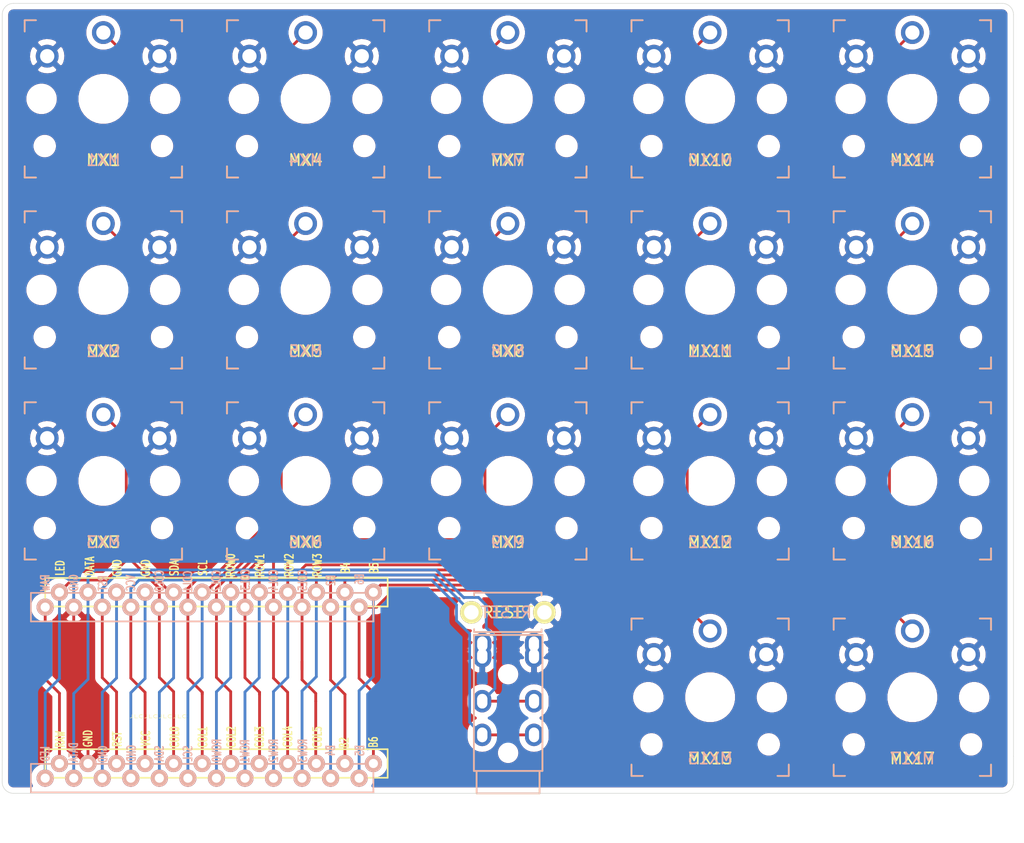
<source format=kicad_pcb>
(kicad_pcb (version 20171130) (host pcbnew "(5.1.12)-1")
  (layers (0 F.Cu signal) (31 B.Cu signal) (34 B.Paste user) (35 F.Paste user) (36 B.SilkS user) (37 F.SilkS user) (38 B.Mask user) (39 F.Mask user) (44 Edge.Cuts user))
  (net 0 "")
  (net 1 S1)
  (net 2 GND)
  (net 3 S2)
  (net 4 S3)
  (net 5 S4)
  (net 6 S5)
  (net 7 S6)
  (net 8 S7)
  (net 9 S8)
  (net 10 S9)
  (net 11 S10)
  (net 12 S11)
  (net 13 S12)
  (net 14 S13)
  (net 15 S14)
  (net 16 S15)
  (net 17 S16)
  (net 18 S17)
  (net 19 "Net-(SW1-Pad1)")
  (net 20 DATA0)
  (net 21 "Net-(U1-Pad3)")
  (net 22 "Net-(U1-Pad4)")
  (net 23 +5V)
  (net 24 "Net-(U1-Pad24)")
  (module keyswitches:SW_PG1350_reversible (layer F.Cu) (at 128.261 111.6499 180)
    (fp_text reference MX6 (at 0 -5.455) (layer F.SilkS))
    (fp_text value "")
    (fp_text user %R (at 0 -5.455) (layer B.SilkS) (effects (justify mirror)))
    (pad "" np_thru_hole circle (at -5.5 0 180) (size 1.7018 1.7018) (drill 1.7018) (layers *.Cu *.Mask))
    (pad "" np_thru_hole circle (at 5.5 0 180) (size 1.7018 1.7018) (drill 1.7018) (layers *.Cu *.Mask))
    (pad "" np_thru_hole circle (at 5.22 -4.2 180) (size 0.9906 0.9906) (drill 0.9906) (layers *.Cu *.Mask))
    (pad 1 thru_hole circle (at 0 5.9 180) (size 2.032 2.032) (drill 1.27) (layers *.Cu *.Mask) (net 7 S6))
    (pad 2 thru_hole circle (at -5 3.8 180) (size 2.032 2.032) (drill 1.27) (layers *.Cu *.Mask) (net 2 GND))
    (pad "" np_thru_hole circle (at 0 0 180) (size 3.429 3.429) (drill 3.429) (layers *.Cu *.Mask))
    (pad 2 thru_hole circle (at 5 3.8 180) (size 2.032 2.032) (drill 1.27) (layers *.Cu *.Mask) (net 2 GND))
    (pad "" np_thru_hole circle (at -5.22 -4.2 180) (size 0.9906 0.9906) (drill 0.9906) (layers *.Cu *.Mask))
  )
  (module Keebio-Parts:TRRS-PJ-320A-no-Fmask (layer F.Cu) (at 146.281 137.4549 180)
    (fp_text reference U2)
    (fp_text value TRRS)
    (pad 1 thru_hole oval (at -2.3 11.3 180) (size 1.6 2) (drill oval 0.9 1.3) (layers *.Cu B.Mask) (net 2 GND))
    (pad 2 thru_hole oval (at 2.3 10.2 180) (size 1.6 2) (drill oval 0.9 1.3) (layers *.Cu B.Mask) (net 2 GND))
    (pad 4 thru_hole oval (at 2.3 3.2 180) (size 1.6 2) (drill oval 0.9 1.3) (layers *.Cu B.Mask) (net 23 +5V))
    (pad "" np_thru_hole circle (at 0 8.6 180) (size 0.8 0.8) (drill 0.8) (layers *.Cu *.Mask))
    (pad "" np_thru_hole circle (at 0 1.6 180) (size 0.8 0.8) (drill 0.8) (layers *.Cu *.Mask))
    (pad 3 thru_hole oval (at 2.3 6.2 180) (size 1.6 2) (drill oval 0.9 1.3) (layers *.Cu B.Mask) (net 20 DATA0))
    (pad 4 thru_hole oval (at 2.3 3.2 180) (size 1 1.4) (drill oval 0.9 1.3) (layers *.Cu F.Mask) (net 23 +5V))
    (pad 3 thru_hole oval (at 2.3 6.2 180) (size 1 1.4) (drill oval 0.9 1.3) (layers *.Cu F.Mask) (net 20 DATA0))
    (pad 2 thru_hole oval (at 2.3 10.2 180) (size 1 1.4) (drill oval 0.9 1.3) (layers *.Cu F.Mask) (net 2 GND))
    (pad 1 thru_hole oval (at -2.3 11.3 180) (size 1 1.4) (drill oval 0.9 1.3) (layers *.Cu F.Mask) (net 2 GND))
  )
  (module keyswitches:SW_PG1350_reversible (layer F.Cu) (at 110.261 77.6499 180)
    (fp_text reference MX1 (at 0 -5.455) (layer F.SilkS))
    (fp_text value "")
    (fp_text user %R (at 0 -5.455) (layer B.SilkS) (effects (justify mirror)))
    (pad "" np_thru_hole circle (at -5.22 -4.2 180) (size 0.9906 0.9906) (drill 0.9906) (layers *.Cu *.Mask))
    (pad 2 thru_hole circle (at 5 3.8 180) (size 2.032 2.032) (drill 1.27) (layers *.Cu *.Mask) (net 2 GND))
    (pad "" np_thru_hole circle (at 0 0 180) (size 3.429 3.429) (drill 3.429) (layers *.Cu *.Mask))
    (pad 2 thru_hole circle (at -5 3.8 180) (size 2.032 2.032) (drill 1.27) (layers *.Cu *.Mask) (net 2 GND))
    (pad 1 thru_hole circle (at 0 5.9 180) (size 2.032 2.032) (drill 1.27) (layers *.Cu *.Mask) (net 1 S1))
    (pad "" np_thru_hole circle (at 5.22 -4.2 180) (size 0.9906 0.9906) (drill 0.9906) (layers *.Cu *.Mask))
    (pad "" np_thru_hole circle (at 5.5 0 180) (size 1.7018 1.7018) (drill 1.7018) (layers *.Cu *.Mask))
    (pad "" np_thru_hole circle (at -5.5 0 180) (size 1.7018 1.7018) (drill 1.7018) (layers *.Cu *.Mask))
  )
  (module keyswitches:SW_PG1350_reversible (layer F.Cu) (at 110.261 94.6499 180)
    (fp_text reference MX2 (at 0 -5.455) (layer F.SilkS))
    (fp_text value "")
    (fp_text user %R (at 0 -5.455) (layer B.SilkS) (effects (justify mirror)))
    (pad "" np_thru_hole circle (at -5.5 0 180) (size 1.7018 1.7018) (drill 1.7018) (layers *.Cu *.Mask))
    (pad "" np_thru_hole circle (at 5.5 0 180) (size 1.7018 1.7018) (drill 1.7018) (layers *.Cu *.Mask))
    (pad "" np_thru_hole circle (at 5.22 -4.2 180) (size 0.9906 0.9906) (drill 0.9906) (layers *.Cu *.Mask))
    (pad 1 thru_hole circle (at 0 5.9 180) (size 2.032 2.032) (drill 1.27) (layers *.Cu *.Mask) (net 3 S2))
    (pad 2 thru_hole circle (at -5 3.8 180) (size 2.032 2.032) (drill 1.27) (layers *.Cu *.Mask) (net 2 GND))
    (pad "" np_thru_hole circle (at 0 0 180) (size 3.429 3.429) (drill 3.429) (layers *.Cu *.Mask))
    (pad 2 thru_hole circle (at 5 3.8 180) (size 2.032 2.032) (drill 1.27) (layers *.Cu *.Mask) (net 2 GND))
    (pad "" np_thru_hole circle (at -5.22 -4.2 180) (size 0.9906 0.9906) (drill 0.9906) (layers *.Cu *.Mask))
  )
  (module keyswitches:SW_PG1350_reversible (layer F.Cu) (at 110.261 111.6499 180)
    (fp_text reference MX3 (at 0 -5.455) (layer F.SilkS))
    (fp_text value "")
    (fp_text user %R (at 0 -5.455) (layer B.SilkS) (effects (justify mirror)))
    (pad "" np_thru_hole circle (at -5.5 0 180) (size 1.7018 1.7018) (drill 1.7018) (layers *.Cu *.Mask))
    (pad "" np_thru_hole circle (at 5.5 0 180) (size 1.7018 1.7018) (drill 1.7018) (layers *.Cu *.Mask))
    (pad "" np_thru_hole circle (at 5.22 -4.2 180) (size 0.9906 0.9906) (drill 0.9906) (layers *.Cu *.Mask))
    (pad 1 thru_hole circle (at 0 5.9 180) (size 2.032 2.032) (drill 1.27) (layers *.Cu *.Mask) (net 4 S3))
    (pad 2 thru_hole circle (at -5 3.8 180) (size 2.032 2.032) (drill 1.27) (layers *.Cu *.Mask) (net 2 GND))
    (pad "" np_thru_hole circle (at 0 0 180) (size 3.429 3.429) (drill 3.429) (layers *.Cu *.Mask))
    (pad 2 thru_hole circle (at 5 3.8 180) (size 2.032 2.032) (drill 1.27) (layers *.Cu *.Mask) (net 2 GND))
    (pad "" np_thru_hole circle (at -5.22 -4.2 180) (size 0.9906 0.9906) (drill 0.9906) (layers *.Cu *.Mask))
  )
  (module keyswitches:SW_PG1350_reversible (layer F.Cu) (at 128.261 77.6499 180)
    (fp_text reference MX4 (at 0 -5.455) (layer F.SilkS))
    (fp_text value "" hide)
    (fp_text user %R (at 0 -5.455) (layer B.SilkS) (effects (justify mirror)))
    (pad "" np_thru_hole circle (at -5.5 0 180) (size 1.7018 1.7018) (drill 1.7018) (layers *.Cu *.Mask))
    (pad "" np_thru_hole circle (at 5.5 0 180) (size 1.7018 1.7018) (drill 1.7018) (layers *.Cu *.Mask))
    (pad "" np_thru_hole circle (at 5.22 -4.2 180) (size 0.9906 0.9906) (drill 0.9906) (layers *.Cu *.Mask))
    (pad 1 thru_hole circle (at 0 5.9 180) (size 2.032 2.032) (drill 1.27) (layers *.Cu *.Mask) (net 5 S4))
    (pad 2 thru_hole circle (at -5 3.8 180) (size 2.032 2.032) (drill 1.27) (layers *.Cu *.Mask) (net 2 GND))
    (pad "" np_thru_hole circle (at 0 0 180) (size 3.429 3.429) (drill 3.429) (layers *.Cu *.Mask))
    (pad 2 thru_hole circle (at 5 3.8 180) (size 2.032 2.032) (drill 1.27) (layers *.Cu *.Mask) (net 2 GND))
    (pad "" np_thru_hole circle (at -5.22 -4.2 180) (size 0.9906 0.9906) (drill 0.9906) (layers *.Cu *.Mask))
  )
  (module keyswitches:SW_PG1350_reversible (layer F.Cu) (at 128.261 94.6499 180)
    (fp_text reference MX5 (at 0 -5.455) (layer F.SilkS))
    (fp_text value "")
    (fp_text user %R (at 0 -5.455) (layer B.SilkS) (effects (justify mirror)))
    (pad "" np_thru_hole circle (at -5.22 -4.2 180) (size 0.9906 0.9906) (drill 0.9906) (layers *.Cu *.Mask))
    (pad 2 thru_hole circle (at 5 3.8 180) (size 2.032 2.032) (drill 1.27) (layers *.Cu *.Mask) (net 2 GND))
    (pad "" np_thru_hole circle (at 0 0 180) (size 3.429 3.429) (drill 3.429) (layers *.Cu *.Mask))
    (pad 2 thru_hole circle (at -5 3.8 180) (size 2.032 2.032) (drill 1.27) (layers *.Cu *.Mask) (net 2 GND))
    (pad 1 thru_hole circle (at 0 5.9 180) (size 2.032 2.032) (drill 1.27) (layers *.Cu *.Mask) (net 6 S5))
    (pad "" np_thru_hole circle (at 5.22 -4.2 180) (size 0.9906 0.9906) (drill 0.9906) (layers *.Cu *.Mask))
    (pad "" np_thru_hole circle (at 5.5 0 180) (size 1.7018 1.7018) (drill 1.7018) (layers *.Cu *.Mask))
    (pad "" np_thru_hole circle (at -5.5 0 180) (size 1.7018 1.7018) (drill 1.7018) (layers *.Cu *.Mask))
  )
  (module keyswitches:SW_PG1350_reversible (layer F.Cu) (at 146.261 77.6499 180)
    (fp_text reference MX7 (at 0 -5.455) (layer F.SilkS))
    (fp_text value "")
    (fp_text user %R (at 0 -5.455) (layer B.SilkS) (effects (justify mirror)))
    (pad "" np_thru_hole circle (at -5.22 -4.2 180) (size 0.9906 0.9906) (drill 0.9906) (layers *.Cu *.Mask))
    (pad 2 thru_hole circle (at 5 3.8 180) (size 2.032 2.032) (drill 1.27) (layers *.Cu *.Mask) (net 2 GND))
    (pad "" np_thru_hole circle (at 0 0 180) (size 3.429 3.429) (drill 3.429) (layers *.Cu *.Mask))
    (pad 2 thru_hole circle (at -5 3.8 180) (size 2.032 2.032) (drill 1.27) (layers *.Cu *.Mask) (net 2 GND))
    (pad 1 thru_hole circle (at 0 5.9 180) (size 2.032 2.032) (drill 1.27) (layers *.Cu *.Mask) (net 8 S7))
    (pad "" np_thru_hole circle (at 5.22 -4.2 180) (size 0.9906 0.9906) (drill 0.9906) (layers *.Cu *.Mask))
    (pad "" np_thru_hole circle (at 5.5 0 180) (size 1.7018 1.7018) (drill 1.7018) (layers *.Cu *.Mask))
    (pad "" np_thru_hole circle (at -5.5 0 180) (size 1.7018 1.7018) (drill 1.7018) (layers *.Cu *.Mask))
  )
  (module keyswitches:SW_PG1350_reversible (layer F.Cu) (at 146.261 94.6499 180)
    (fp_text reference MX8 (at 0 -5.455) (layer F.SilkS))
    (fp_text value "")
    (fp_text user %R (at 0 -5.455) (layer B.SilkS) (effects (justify mirror)))
    (pad "" np_thru_hole circle (at -5.5 0 180) (size 1.7018 1.7018) (drill 1.7018) (layers *.Cu *.Mask))
    (pad "" np_thru_hole circle (at 5.5 0 180) (size 1.7018 1.7018) (drill 1.7018) (layers *.Cu *.Mask))
    (pad "" np_thru_hole circle (at 5.22 -4.2 180) (size 0.9906 0.9906) (drill 0.9906) (layers *.Cu *.Mask))
    (pad 1 thru_hole circle (at 0 5.9 180) (size 2.032 2.032) (drill 1.27) (layers *.Cu *.Mask) (net 9 S8))
    (pad 2 thru_hole circle (at -5 3.8 180) (size 2.032 2.032) (drill 1.27) (layers *.Cu *.Mask) (net 2 GND))
    (pad "" np_thru_hole circle (at 0 0 180) (size 3.429 3.429) (drill 3.429) (layers *.Cu *.Mask))
    (pad 2 thru_hole circle (at 5 3.8 180) (size 2.032 2.032) (drill 1.27) (layers *.Cu *.Mask) (net 2 GND))
    (pad "" np_thru_hole circle (at -5.22 -4.2 180) (size 0.9906 0.9906) (drill 0.9906) (layers *.Cu *.Mask))
  )
  (module keyswitches:SW_PG1350_reversible (layer F.Cu) (at 146.261 111.6499 180)
    (fp_text reference MX9 (at 0 -5.455) (layer F.SilkS))
    (fp_text value "")
    (fp_text user %R (at 0 -5.455) (layer B.SilkS) (effects (justify mirror)))
    (pad "" np_thru_hole circle (at -5.5 0 180) (size 1.7018 1.7018) (drill 1.7018) (layers *.Cu *.Mask))
    (pad "" np_thru_hole circle (at 5.5 0 180) (size 1.7018 1.7018) (drill 1.7018) (layers *.Cu *.Mask))
    (pad "" np_thru_hole circle (at 5.22 -4.2 180) (size 0.9906 0.9906) (drill 0.9906) (layers *.Cu *.Mask))
    (pad 1 thru_hole circle (at 0 5.9 180) (size 2.032 2.032) (drill 1.27) (layers *.Cu *.Mask) (net 10 S9))
    (pad 2 thru_hole circle (at -5 3.8 180) (size 2.032 2.032) (drill 1.27) (layers *.Cu *.Mask) (net 2 GND))
    (pad "" np_thru_hole circle (at 0 0 180) (size 3.429 3.429) (drill 3.429) (layers *.Cu *.Mask))
    (pad 2 thru_hole circle (at 5 3.8 180) (size 2.032 2.032) (drill 1.27) (layers *.Cu *.Mask) (net 2 GND))
    (pad "" np_thru_hole circle (at -5.22 -4.2 180) (size 0.9906 0.9906) (drill 0.9906) (layers *.Cu *.Mask))
  )
  (module keyswitches:SW_PG1350_reversible (layer F.Cu) (at 164.261 77.6499 180)
    (fp_text reference MX10 (at 0 -5.455) (layer F.SilkS))
    (fp_text value "")
    (fp_text user %R (at 0 -5.455) (layer B.SilkS) (effects (justify mirror)))
    (pad "" np_thru_hole circle (at -5.5 0 180) (size 1.7018 1.7018) (drill 1.7018) (layers *.Cu *.Mask))
    (pad "" np_thru_hole circle (at 5.5 0 180) (size 1.7018 1.7018) (drill 1.7018) (layers *.Cu *.Mask))
    (pad "" np_thru_hole circle (at 5.22 -4.2 180) (size 0.9906 0.9906) (drill 0.9906) (layers *.Cu *.Mask))
    (pad 1 thru_hole circle (at 0 5.9 180) (size 2.032 2.032) (drill 1.27) (layers *.Cu *.Mask) (net 11 S10))
    (pad 2 thru_hole circle (at -5 3.8 180) (size 2.032 2.032) (drill 1.27) (layers *.Cu *.Mask) (net 2 GND))
    (pad "" np_thru_hole circle (at 0 0 180) (size 3.429 3.429) (drill 3.429) (layers *.Cu *.Mask))
    (pad 2 thru_hole circle (at 5 3.8 180) (size 2.032 2.032) (drill 1.27) (layers *.Cu *.Mask) (net 2 GND))
    (pad "" np_thru_hole circle (at -5.22 -4.2 180) (size 0.9906 0.9906) (drill 0.9906) (layers *.Cu *.Mask))
  )
  (module keyswitches:SW_PG1350_reversible (layer F.Cu) (at 164.261 94.6499 180)
    (fp_text reference MX11 (at 0 -5.455) (layer F.SilkS))
    (fp_text value "")
    (fp_text user %R (at 0 -5.455) (layer B.SilkS) (effects (justify mirror)))
    (pad "" np_thru_hole circle (at -5.22 -4.2 180) (size 0.9906 0.9906) (drill 0.9906) (layers *.Cu *.Mask))
    (pad 2 thru_hole circle (at 5 3.8 180) (size 2.032 2.032) (drill 1.27) (layers *.Cu *.Mask) (net 2 GND))
    (pad "" np_thru_hole circle (at 0 0 180) (size 3.429 3.429) (drill 3.429) (layers *.Cu *.Mask))
    (pad 2 thru_hole circle (at -5 3.8 180) (size 2.032 2.032) (drill 1.27) (layers *.Cu *.Mask) (net 2 GND))
    (pad 1 thru_hole circle (at 0 5.9 180) (size 2.032 2.032) (drill 1.27) (layers *.Cu *.Mask) (net 12 S11))
    (pad "" np_thru_hole circle (at 5.22 -4.2 180) (size 0.9906 0.9906) (drill 0.9906) (layers *.Cu *.Mask))
    (pad "" np_thru_hole circle (at 5.5 0 180) (size 1.7018 1.7018) (drill 1.7018) (layers *.Cu *.Mask))
    (pad "" np_thru_hole circle (at -5.5 0 180) (size 1.7018 1.7018) (drill 1.7018) (layers *.Cu *.Mask))
  )
  (module keyswitches:SW_PG1350_reversible (layer F.Cu) (at 164.261 111.6499 180)
    (fp_text reference MX12 (at 0 -5.455) (layer F.SilkS))
    (fp_text value "")
    (fp_text user %R (at 0 -5.455) (layer B.SilkS) (effects (justify mirror)))
    (pad "" np_thru_hole circle (at -5.5 0 180) (size 1.7018 1.7018) (drill 1.7018) (layers *.Cu *.Mask))
    (pad "" np_thru_hole circle (at 5.5 0 180) (size 1.7018 1.7018) (drill 1.7018) (layers *.Cu *.Mask))
    (pad "" np_thru_hole circle (at 5.22 -4.2 180) (size 0.9906 0.9906) (drill 0.9906) (layers *.Cu *.Mask))
    (pad 1 thru_hole circle (at 0 5.9 180) (size 2.032 2.032) (drill 1.27) (layers *.Cu *.Mask) (net 13 S12))
    (pad 2 thru_hole circle (at -5 3.8 180) (size 2.032 2.032) (drill 1.27) (layers *.Cu *.Mask) (net 2 GND))
    (pad "" np_thru_hole circle (at 0 0 180) (size 3.429 3.429) (drill 3.429) (layers *.Cu *.Mask))
    (pad 2 thru_hole circle (at 5 3.8 180) (size 2.032 2.032) (drill 1.27) (layers *.Cu *.Mask) (net 2 GND))
    (pad "" np_thru_hole circle (at -5.22 -4.2 180) (size 0.9906 0.9906) (drill 0.9906) (layers *.Cu *.Mask))
  )
  (module keyswitches:SW_PG1350_reversible (layer F.Cu) (at 164.261 130.8999 180)
    (fp_text reference MX13 (at 0 -5.455) (layer F.SilkS))
    (fp_text value "")
    (fp_text user %R (at 0 -5.455) (layer B.SilkS) (effects (justify mirror)))
    (pad "" np_thru_hole circle (at -5.22 -4.2 180) (size 0.9906 0.9906) (drill 0.9906) (layers *.Cu *.Mask))
    (pad 2 thru_hole circle (at 5 3.8 180) (size 2.032 2.032) (drill 1.27) (layers *.Cu *.Mask) (net 2 GND))
    (pad "" np_thru_hole circle (at 0 0 180) (size 3.429 3.429) (drill 3.429) (layers *.Cu *.Mask))
    (pad 2 thru_hole circle (at -5 3.8 180) (size 2.032 2.032) (drill 1.27) (layers *.Cu *.Mask) (net 2 GND))
    (pad 1 thru_hole circle (at 0 5.9 180) (size 2.032 2.032) (drill 1.27) (layers *.Cu *.Mask) (net 14 S13))
    (pad "" np_thru_hole circle (at 5.22 -4.2 180) (size 0.9906 0.9906) (drill 0.9906) (layers *.Cu *.Mask))
    (pad "" np_thru_hole circle (at 5.5 0 180) (size 1.7018 1.7018) (drill 1.7018) (layers *.Cu *.Mask))
    (pad "" np_thru_hole circle (at -5.5 0 180) (size 1.7018 1.7018) (drill 1.7018) (layers *.Cu *.Mask))
  )
  (module keyswitches:SW_PG1350_reversible (layer F.Cu) (at 182.261 77.6499 180)
    (fp_text reference MX14 (at 0 -5.455) (layer F.SilkS))
    (fp_text value "")
    (fp_text user %R (at 0 -5.455) (layer B.SilkS) (effects (justify mirror)))
    (pad "" np_thru_hole circle (at -5.22 -4.2 180) (size 0.9906 0.9906) (drill 0.9906) (layers *.Cu *.Mask))
    (pad 2 thru_hole circle (at 5 3.8 180) (size 2.032 2.032) (drill 1.27) (layers *.Cu *.Mask) (net 2 GND))
    (pad "" np_thru_hole circle (at 0 0 180) (size 3.429 3.429) (drill 3.429) (layers *.Cu *.Mask))
    (pad 2 thru_hole circle (at -5 3.8 180) (size 2.032 2.032) (drill 1.27) (layers *.Cu *.Mask) (net 2 GND))
    (pad 1 thru_hole circle (at 0 5.9 180) (size 2.032 2.032) (drill 1.27) (layers *.Cu *.Mask) (net 15 S14))
    (pad "" np_thru_hole circle (at 5.22 -4.2 180) (size 0.9906 0.9906) (drill 0.9906) (layers *.Cu *.Mask))
    (pad "" np_thru_hole circle (at 5.5 0 180) (size 1.7018 1.7018) (drill 1.7018) (layers *.Cu *.Mask))
    (pad "" np_thru_hole circle (at -5.5 0 180) (size 1.7018 1.7018) (drill 1.7018) (layers *.Cu *.Mask))
  )
  (module keyswitches:SW_PG1350_reversible (layer F.Cu) (at 182.261 94.6499 180)
    (fp_text reference MX15 (at 0 -5.455) (layer F.SilkS))
    (fp_text value "")
    (fp_text user %R (at 0 -5.455) (layer B.SilkS) (effects (justify mirror)))
    (pad "" np_thru_hole circle (at -5.5 0 180) (size 1.7018 1.7018) (drill 1.7018) (layers *.Cu *.Mask))
    (pad "" np_thru_hole circle (at 5.5 0 180) (size 1.7018 1.7018) (drill 1.7018) (layers *.Cu *.Mask))
    (pad "" np_thru_hole circle (at 5.22 -4.2 180) (size 0.9906 0.9906) (drill 0.9906) (layers *.Cu *.Mask))
    (pad 1 thru_hole circle (at 0 5.9 180) (size 2.032 2.032) (drill 1.27) (layers *.Cu *.Mask) (net 16 S15))
    (pad 2 thru_hole circle (at -5 3.8 180) (size 2.032 2.032) (drill 1.27) (layers *.Cu *.Mask) (net 2 GND))
    (pad "" np_thru_hole circle (at 0 0 180) (size 3.429 3.429) (drill 3.429) (layers *.Cu *.Mask))
    (pad 2 thru_hole circle (at 5 3.8 180) (size 2.032 2.032) (drill 1.27) (layers *.Cu *.Mask) (net 2 GND))
    (pad "" np_thru_hole circle (at -5.22 -4.2 180) (size 0.9906 0.9906) (drill 0.9906) (layers *.Cu *.Mask))
  )
  (module keyswitches:SW_PG1350_reversible (layer F.Cu) (at 182.261 111.6499 180)
    (fp_text reference MX16 (at 0 -5.455) (layer F.SilkS))
    (fp_text value "")
    (fp_text user %R (at 0 -5.455) (layer B.SilkS) (effects (justify mirror)))
    (pad "" np_thru_hole circle (at -5.22 -4.2 180) (size 0.9906 0.9906) (drill 0.9906) (layers *.Cu *.Mask))
    (pad 2 thru_hole circle (at 5 3.8 180) (size 2.032 2.032) (drill 1.27) (layers *.Cu *.Mask) (net 2 GND))
    (pad "" np_thru_hole circle (at 0 0 180) (size 3.429 3.429) (drill 3.429) (layers *.Cu *.Mask))
    (pad 2 thru_hole circle (at -5 3.8 180) (size 2.032 2.032) (drill 1.27) (layers *.Cu *.Mask) (net 2 GND))
    (pad 1 thru_hole circle (at 0 5.9 180) (size 2.032 2.032) (drill 1.27) (layers *.Cu *.Mask) (net 17 S16))
    (pad "" np_thru_hole circle (at 5.22 -4.2 180) (size 0.9906 0.9906) (drill 0.9906) (layers *.Cu *.Mask))
    (pad "" np_thru_hole circle (at 5.5 0 180) (size 1.7018 1.7018) (drill 1.7018) (layers *.Cu *.Mask))
    (pad "" np_thru_hole circle (at -5.5 0 180) (size 1.7018 1.7018) (drill 1.7018) (layers *.Cu *.Mask))
  )
  (module keyswitches:SW_PG1350_reversible (layer F.Cu) (at 182.261 130.8999 180)
    (fp_text reference MX17 (at 0 -5.455) (layer F.SilkS))
    (fp_text value "")
    (fp_text user %R (at 0 -5.455) (layer B.SilkS) (effects (justify mirror)))
    (pad "" np_thru_hole circle (at -5.5 0 180) (size 1.7018 1.7018) (drill 1.7018) (layers *.Cu *.Mask))
    (pad "" np_thru_hole circle (at 5.5 0 180) (size 1.7018 1.7018) (drill 1.7018) (layers *.Cu *.Mask))
    (pad "" np_thru_hole circle (at 5.22 -4.2 180) (size 0.9906 0.9906) (drill 0.9906) (layers *.Cu *.Mask))
    (pad 1 thru_hole circle (at 0 5.9 180) (size 2.032 2.032) (drill 1.27) (layers *.Cu *.Mask) (net 18 S17))
    (pad 2 thru_hole circle (at -5 3.8 180) (size 2.032 2.032) (drill 1.27) (layers *.Cu *.Mask) (net 2 GND))
    (pad "" np_thru_hole circle (at 0 0 180) (size 3.429 3.429) (drill 3.429) (layers *.Cu *.Mask))
    (pad 2 thru_hole circle (at 5 3.8 180) (size 2.032 2.032) (drill 1.27) (layers *.Cu *.Mask) (net 2 GND))
    (pad "" np_thru_hole circle (at -5.22 -4.2 180) (size 0.9906 0.9906) (drill 0.9906) (layers *.Cu *.Mask))
  )
  (module kbd:ResetSW (layer F.Cu) (at 146.261 123.35 180)
    (fp_text reference SW1 hide)
    (fp_text value SW_SPST)
    (fp_text user RESET (at 0.127 0) (layer B.SilkS) (effects (justify mirror)))
    (fp_text user RESET (at 0 0) (layer F.SilkS))
    (pad 1 thru_hole circle (at 3.25 0 180) (size 2 2) (drill 1.3) (layers *.Cu *.Mask F.SilkS) (net 19 "Net-(SW1-Pad1)"))
    (pad 2 thru_hole circle (at -3.25 0 180) (size 2 2) (drill 1.3) (layers *.Cu *.Mask F.SilkS) (net 2 GND))
  )
  (module kbd:ProMicro_v2 (layer B.Cu) (at 119.561 130.4499 270)
    (fp_text reference U1 hide)
    (fp_text value ProMicro hide)
    (fp_text user "" (at -0.5 17.25 90) (layer B.SilkS) (effects (justify mirror)))
    (fp_text user "" (at -1.2065 16.256 90) (layer F.SilkS))
    (fp_text user RAW (at -9.7155 14.478 90) (layer B.SilkS) (effects (font (size 0.75 0.5) (thickness 0.125)) (justify mirror)))
    (fp_text user LED (at 5.5 14.478 90) (layer B.SilkS) (effects (font (size 0.75 0.5) (thickness 0.125)) (justify mirror)))
    (fp_text user GND (at -9.7155 11.938 90) (layer B.SilkS) (effects (font (size 0.75 0.5) (thickness 0.125)) (justify mirror)))
    (fp_text user DATA (at 5.35 11.95 90) (layer B.SilkS) (effects (font (size 0.75 0.5) (thickness 0.125)) (justify mirror)))
    (fp_text user RST (at -9.7155 9.3345 90) (layer B.SilkS) (effects (font (size 0.75 0.5) (thickness 0.125)) (justify mirror)))
    (fp_text user GND (at 5.5245 9.3345 90) (layer B.SilkS) (effects (font (size 0.75 0.5) (thickness 0.125)) (justify mirror)))
    (fp_text user VCC (at -9.7155 6.858 90) (layer B.SilkS) (effects (font (size 0.75 0.5) (thickness 0.125)) (justify mirror)))
    (fp_text user GND (at 5.461 6.7945 90) (layer B.SilkS) (effects (font (size 0.75 0.5) (thickness 0.125)) (justify mirror)))
    (fp_text user COL3 (at -10 -3.35 90) (layer B.SilkS) (effects (font (size 0.75 0.5) (thickness 0.125)) (justify mirror)))
    (fp_text user ROW0 (at 5.2 -0.8 90) (layer B.SilkS) (effects (font (size 0.75 0.5) (thickness 0.125)) (justify mirror)))
    (fp_text user COL2 (at -9.9 -0.762 90) (layer B.SilkS) (effects (font (size 0.75 0.5) (thickness 0.125)) (justify mirror)))
    (fp_text user SCL (at 5.461 1.778 90) (layer B.SilkS) (effects (font (size 0.75 0.5) (thickness 0.125)) (justify mirror)))
    (fp_text user COL1 (at -9.85 1.778 90) (layer B.SilkS) (effects (font (size 0.75 0.5) (thickness 0.125)) (justify mirror)))
    (fp_text user SDA (at 5.461 4.318 90) (layer B.SilkS) (effects (font (size 0.75 0.5) (thickness 0.125)) (justify mirror)))
    (fp_text user COL0 (at -9.9 4.3 90) (layer B.SilkS) (effects (font (size 0.75 0.5) (thickness 0.125)) (justify mirror)))
    (fp_text user B6 (at -10.05 -13.5 90) (layer B.SilkS) (effects (font (size 0.75 0.5) (thickness 0.125)) (justify mirror)))
    (fp_text user B5 (at 5.2 -13.5255 90) (layer B.SilkS) (effects (font (size 0.75 0.5) (thickness 0.125)) (justify mirror)))
    (fp_text user B4 (at 5.2 -10.922 90) (layer B.SilkS) (effects (font (size 0.75 0.5) (thickness 0.125)) (justify mirror)))
    (fp_text user B2 (at -9.95 -10.95 90) (layer B.SilkS) (effects (font (size 0.75 0.5) (thickness 0.125)) (justify mirror)))
    (fp_text user ROW3 (at 5.2 -8.4455 90) (layer B.SilkS) (effects (font (size 0.75 0.5) (thickness 0.125)) (justify mirror)))
    (fp_text user COL5 (at -9.95 -8.4455 90) (layer B.SilkS) (effects (font (size 0.75 0.5) (thickness 0.125)) (justify mirror)))
    (fp_text user ROW2 (at 5.2 -5.85 90) (layer B.SilkS) (effects (font (size 0.75 0.5) (thickness 0.125)) (justify mirror)))
    (fp_text user COL4 (at -9.95 -5.85 90) (layer B.SilkS) (effects (font (size 0.75 0.5) (thickness 0.125)) (justify mirror)))
    (fp_text user ROW1 (at 5.25 -3.302 90) (layer B.SilkS) (effects (font (size 0.75 0.5) (thickness 0.125)) (justify mirror)))
    (fp_text user ROW1 (at -11.3 -4.6355 90) (layer F.SilkS) (effects (font (size 0.75 0.5) (thickness 0.125))))
    (fp_text user COL4 (at 3.95 -7.112 90) (layer F.SilkS) (effects (font (size 0.75 0.5) (thickness 0.125))))
    (fp_text user ROW2 (at -11.3 -7.239 90) (layer F.SilkS) (effects (font (size 0.75 0.5) (thickness 0.125))))
    (fp_text user COL5 (at 4 -9.75 90) (layer F.SilkS) (effects (font (size 0.75 0.5) (thickness 0.125))))
    (fp_text user ROW3 (at -11.3 -9.75 90) (layer F.SilkS) (effects (font (size 0.75 0.5) (thickness 0.125))))
    (fp_text user B2 (at 4.5085 -12.1285 90) (layer F.SilkS) (effects (font (size 0.75 0.5) (thickness 0.125))))
    (fp_text user B4 (at -11.049 -12.2555 90) (layer F.SilkS) (effects (font (size 0.75 0.5) (thickness 0.125))))
    (fp_text user B5 (at -11.049 -14.7955 90) (layer F.SilkS) (effects (font (size 0.75 0.5) (thickness 0.125))))
    (fp_text user B6 (at 4.445 -14.732 90) (layer F.SilkS) (effects (font (size 0.75 0.5) (thickness 0.125))))
    (fp_text user COL0 (at 4 2.95 90) (layer F.SilkS) (effects (font (size 0.75 0.5) (thickness 0.125))))
    (fp_text user SDA (at -11.049 2.9845 90) (layer F.SilkS) (effects (font (size 0.75 0.5) (thickness 0.125))))
    (fp_text user COL1 (at 4 0.4445 90) (layer F.SilkS) (effects (font (size 0.75 0.5) (thickness 0.125))))
    (fp_text user SCL (at -11.049 0.4445 90) (layer F.SilkS) (effects (font (size 0.75 0.5) (thickness 0.125))))
    (fp_text user COL2 (at 4 -2.1 90) (layer F.SilkS) (effects (font (size 0.75 0.5) (thickness 0.125))))
    (fp_text user ROW0 (at -11.3 -2.032 90) (layer F.SilkS) (effects (font (size 0.75 0.5) (thickness 0.125))))
    (fp_text user COL3 (at 4 -4.6 90) (layer F.SilkS) (effects (font (size 0.75 0.5) (thickness 0.125))))
    (fp_text user GND (at -11.049 5.5245 90) (layer F.SilkS) (effects (font (size 0.75 0.5) (thickness 0.125))))
    (fp_text user VCC (at 4.1275 5.5245 90) (layer F.SilkS) (effects (font (size 0.75 0.5) (thickness 0.125))))
    (fp_text user GND (at -11.049 8.0645 90) (layer F.SilkS) (effects (font (size 0.75 0.5) (thickness 0.125))))
    (fp_text user RST (at 4.191 8.0645 90) (layer F.SilkS) (effects (font (size 0.75 0.5) (thickness 0.125))))
    (fp_text user DATA (at -11.2 10.5 90) (layer F.SilkS) (effects (font (size 0.75 0.5) (thickness 0.125))))
    (fp_text user GND (at 4.1275 10.668 90) (layer F.SilkS) (effects (font (size 0.75 0.5) (thickness 0.125))))
    (fp_text user LED (at -11.049 13.1445 90) (layer F.SilkS) (effects (font (size 0.75 0.5) (thickness 0.125))))
    (fp_text user RAW (at 4.191 13.1445 90) (layer F.SilkS) (effects (font (size 0.75 0.5) (thickness 0.125))))
    (pad 24 thru_hole circle (at 6.35 13.208 270) (size 1.524 1.524) (drill 0.8128) (layers *.Cu *.Mask B.SilkS) (net 24 "Net-(U1-Pad24)"))
    (pad 23 thru_hole circle (at 6.35 10.668 270) (size 1.524 1.524) (drill 0.8128) (layers *.Cu *.Mask B.SilkS) (net 2 GND))
    (pad 22 thru_hole circle (at 6.35 8.128 270) (size 1.524 1.524) (drill 0.8128) (layers *.Cu *.Mask B.SilkS) (net 19 "Net-(SW1-Pad1)"))
    (pad 21 thru_hole circle (at 6.35 5.588 270) (size 1.524 1.524) (drill 0.8128) (layers *.Cu *.Mask B.SilkS) (net 23 +5V))
    (pad 20 thru_hole circle (at 6.35 3.048 270) (size 1.524 1.524) (drill 0.8128) (layers *.Cu *.Mask B.SilkS) (net 3 S2))
    (pad 19 thru_hole circle (at 6.35 0.508 270) (size 1.524 1.524) (drill 0.8128) (layers *.Cu *.Mask B.SilkS) (net 5 S4))
    (pad 18 thru_hole circle (at 6.35 -2.032 270) (size 1.524 1.524) (drill 0.8128) (layers *.Cu *.Mask B.SilkS) (net 7 S6))
    (pad 17 thru_hole circle (at 6.35 -4.572 270) (size 1.524 1.524) (drill 0.8128) (layers *.Cu *.Mask B.SilkS) (net 9 S8))
    (pad 16 thru_hole circle (at 6.35 -7.112 270) (size 1.524 1.524) (drill 0.8128) (layers *.Cu *.Mask B.SilkS) (net 11 S10))
    (pad 15 thru_hole circle (at 6.35 -9.652 270) (size 1.524 1.524) (drill 0.8128) (layers *.Cu *.Mask B.SilkS) (net 13 S12))
    (pad 14 thru_hole circle (at 6.35 -12.192 270) (size 1.524 1.524) (drill 0.8128) (layers *.Cu *.Mask B.SilkS) (net 16 S15))
    (pad 13 thru_hole circle (at 6.35 -14.732 270) (size 1.524 1.524) (drill 0.8128) (layers *.Cu *.Mask B.SilkS) (net 14 S13))
    (pad 12 thru_hole circle (at -8.89 -14.732 270) (size 1.524 1.524) (drill 0.8128) (layers *.Cu *.Mask B.SilkS) (net 18 S17))
    (pad 11 thru_hole circle (at -8.89 -12.192 270) (size 1.524 1.524) (drill 0.8128) (layers *.Cu *.Mask B.SilkS) (net 17 S16))
    (pad 10 thru_hole circle (at -8.89 -9.652 270) (size 1.524 1.524) (drill 0.8128) (layers *.Cu *.Mask B.SilkS) (net 15 S14))
    (pad 9 thru_hole circle (at -8.89 -7.112 270) (size 1.524 1.524) (drill 0.8128) (layers *.Cu *.Mask B.SilkS) (net 12 S11))
    (pad 8 thru_hole circle (at -8.89 -4.572 270) (size 1.524 1.524) (drill 0.8128) (layers *.Cu *.Mask B.SilkS) (net 10 S9))
    (pad 7 thru_hole circle (at -8.89 -2.032 270) (size 1.524 1.524) (drill 0.8128) (layers *.Cu *.Mask B.SilkS) (net 8 S7))
    (pad 6 thru_hole circle (at -8.89 0.508 270) (size 1.524 1.524) (drill 0.8128) (layers *.Cu *.Mask B.SilkS) (net 6 S5))
    (pad 5 thru_hole circle (at -8.89 3.048 270) (size 1.524 1.524) (drill 0.8128) (layers *.Cu *.Mask B.SilkS) (net 1 S1))
    (pad 4 thru_hole circle (at -8.89 5.588 270) (size 1.524 1.524) (drill 0.8128) (layers *.Cu *.Mask B.SilkS) (net 22 "Net-(U1-Pad4)"))
    (pad 3 thru_hole circle (at -8.89 8.128 270) (size 1.524 1.524) (drill 0.8128) (layers *.Cu *.Mask B.SilkS) (net 21 "Net-(U1-Pad3)"))
    (pad 2 thru_hole circle (at -8.89 10.668 270) (size 1.524 1.524) (drill 0.8128) (layers *.Cu *.Mask B.SilkS) (net 20 DATA0))
    (pad 1 thru_hole circle (at -8.89 13.208 270) (size 1.524 1.524) (drill 0.8128) (layers *.Cu *.Mask B.SilkS) (net 4 S3))
    (pad 1 thru_hole circle (at 7.6564 14.478 270) (size 1.524 1.524) (drill 0.8128) (layers *.Cu *.Mask B.SilkS) (net 4 S3))
    (pad 2 thru_hole circle (at 7.6564 11.938 270) (size 1.524 1.524) (drill 0.8128) (layers *.Cu *.Mask B.SilkS) (net 20 DATA0))
    (pad 3 thru_hole circle (at 7.6564 9.398 270) (size 1.524 1.524) (drill 0.8128) (layers *.Cu *.Mask B.SilkS) (net 21 "Net-(U1-Pad3)"))
    (pad 4 thru_hole circle (at 7.6564 6.858 270) (size 1.524 1.524) (drill 0.8128) (layers *.Cu *.Mask B.SilkS) (net 22 "Net-(U1-Pad4)"))
    (pad 5 thru_hole circle (at 7.6564 4.318 270) (size 1.524 1.524) (drill 0.8128) (layers *.Cu *.Mask B.SilkS) (net 1 S1))
    (pad 6 thru_hole circle (at 7.6564 1.778 270) (size 1.524 1.524) (drill 0.8128) (layers *.Cu *.Mask B.SilkS) (net 6 S5))
    (pad 7 thru_hole circle (at 7.6564 -0.762 270) (size 1.524 1.524) (drill 0.8128) (layers *.Cu *.Mask B.SilkS) (net 8 S7))
    (pad 8 thru_hole circle (at 7.6564 -3.302 270) (size 1.524 1.524) (drill 0.8128) (layers *.Cu *.Mask B.SilkS) (net 10 S9))
    (pad 9 thru_hole circle (at 7.6564 -5.842 270) (size 1.524 1.524) (drill 0.8128) (layers *.Cu *.Mask B.SilkS) (net 12 S11))
    (pad 10 thru_hole circle (at 7.6564 -8.382 270) (size 1.524 1.524) (drill 0.8128) (layers *.Cu *.Mask B.SilkS) (net 15 S14))
    (pad 11 thru_hole circle (at 7.6564 -10.922 270) (size 1.524 1.524) (drill 0.8128) (layers *.Cu *.Mask B.SilkS) (net 17 S16))
    (pad 12 thru_hole circle (at 7.6564 -13.462 270) (size 1.524 1.524) (drill 0.8128) (layers *.Cu *.Mask B.SilkS) (net 18 S17))
    (pad 13 thru_hole circle (at -7.5636 -13.462 270) (size 1.524 1.524) (drill 0.8128) (layers *.Cu *.Mask B.SilkS) (net 14 S13))
    (pad 14 thru_hole circle (at -7.5636 -10.922 270) (size 1.524 1.524) (drill 0.8128) (layers *.Cu *.Mask B.SilkS) (net 16 S15))
    (pad 15 thru_hole circle (at -7.5636 -8.382 270) (size 1.524 1.524) (drill 0.8128) (layers *.Cu *.Mask B.SilkS) (net 13 S12))
    (pad 16 thru_hole circle (at -7.5636 -5.842 270) (size 1.524 1.524) (drill 0.8128) (layers *.Cu *.Mask B.SilkS) (net 11 S10))
    (pad 17 thru_hole circle (at -7.5636 -3.302 270) (size 1.524 1.524) (drill 0.8128) (layers *.Cu *.Mask B.SilkS) (net 9 S8))
    (pad 18 thru_hole circle (at -7.5636 -0.762 270) (size 1.524 1.524) (drill 0.8128) (layers *.Cu *.Mask B.SilkS) (net 7 S6))
    (pad 19 thru_hole circle (at -7.5636 1.778 270) (size 1.524 1.524) (drill 0.8128) (layers *.Cu *.Mask B.SilkS) (net 5 S4))
    (pad 20 thru_hole circle (at -7.5636 4.318 270) (size 1.524 1.524) (drill 0.8128) (layers *.Cu *.Mask B.SilkS) (net 3 S2))
    (pad 21 thru_hole circle (at -7.5636 6.858 270) (size 1.524 1.524) (drill 0.8128) (layers *.Cu *.Mask B.SilkS) (net 23 +5V))
    (pad 22 thru_hole circle (at -7.5636 9.398 270) (size 1.524 1.524) (drill 0.8128) (layers *.Cu *.Mask B.SilkS) (net 19 "Net-(SW1-Pad1)"))
    (pad 23 thru_hole circle (at -7.5636 11.938 270) (size 1.524 1.524) (drill 0.8128) (layers *.Cu *.Mask B.SilkS) (net 2 GND))
    (pad 24 thru_hole circle (at -7.5636 14.478 270) (size 1.524 1.524) (drill 0.8128) (layers *.Cu *.Mask B.SilkS) (net 24 "Net-(U1-Pad24)"))
  )
  (module Keebio-Parts:TRRS-PJ-320A-no-Fmask (layer B.Cu) (at 146.286 137.4549)
    (fp_text reference U3)
    (fp_text value TRRS)
    (pad 1 thru_hole oval (at -2.3 -11.3) (size 1.6 2) (drill oval 0.9 1.3) (layers *.Cu F.Mask) (net 2 GND))
    (pad 2 thru_hole oval (at 2.3 -10.2) (size 1.6 2) (drill oval 0.9 1.3) (layers *.Cu F.Mask) (net 2 GND))
    (pad 4 thru_hole oval (at 2.3 -3.2) (size 1.6 2) (drill oval 0.9 1.3) (layers *.Cu F.Mask) (net 23 +5V))
    (pad "" np_thru_hole circle (at 0 -8.6) (size 0.8 0.8) (drill 0.8) (layers *.Cu *.Mask))
    (pad "" np_thru_hole circle (at 0 -1.6) (size 0.8 0.8) (drill 0.8) (layers *.Cu *.Mask))
    (pad 3 thru_hole oval (at 2.3 -6.2) (size 1.6 2) (drill oval 0.9 1.3) (layers *.Cu F.Mask) (net 20 DATA0))
    (pad 4 thru_hole oval (at 2.3 -3.2) (size 1 1.4) (drill oval 0.9 1.3) (layers *.Cu B.Mask) (net 23 +5V))
    (pad 3 thru_hole oval (at 2.3 -6.2) (size 1 1.4) (drill oval 0.9 1.3) (layers *.Cu B.Mask) (net 20 DATA0))
    (pad 2 thru_hole oval (at 2.3 -10.2) (size 1 1.4) (drill oval 0.9 1.3) (layers *.Cu B.Mask) (net 2 GND))
    (pad 1 thru_hole oval (at -2.3 -11.3) (size 1 1.4) (drill oval 0.9 1.3) (layers *.Cu B.Mask) (net 2 GND))
  )
  (gr_text JLCJLCJLCJLC (at 115.1382 132.6134) (layer F.SilkS) (effects (font (size 0.3 0.5) (thickness 0.0375))))
  (gr_line (start 191.261 136.1499) (end 191.261 138.4554) (layer Edge.Cuts) (width 0.05))
  (gr_arc (start 190.261 138.4554) (end 190.261 139.4554) (angle -90) (layer Edge.Cuts) (width 0.05))
  (gr_line (start 101.261 136.1499) (end 101.2571 138.4554) (layer Edge.Cuts) (width 0.05))
  (gr_arc (start 102.2571 138.4554) (end 101.2571 138.4554) (angle -90) (layer Edge.Cuts) (width 0.05))
  (gr_line (start 102.2571 139.4554) (end 190.261 139.4554) (layer Edge.Cuts) (width 0.05))
  (gr_arc (start 190.261 70.1499) (end 191.261 70.1499) (angle -90) (layer Edge.Cuts) (width 0.05))
  (gr_arc (start 102.261 70.1499) (end 102.261 69.1499) (angle -90) (layer Edge.Cuts) (width 0.05))
  (gr_line (start 189.761 69.1499) (end 190.261 69.1499) (layer Edge.Cuts) (width 0.05))
  (gr_line (start 102.761 69.1499) (end 102.261 69.1499) (layer Edge.Cuts) (width 0.05))
  (gr_line (start 101.261 136.1499) (end 101.261 70.1499) (layer Edge.Cuts) (width 0.05))
  (gr_line (start 191.261 70.1499) (end 191.261 136.1499) (layer Edge.Cuts) (width 0.05))
  (gr_line (start 102.761 69.1499) (end 189.761 69.1499) (layer Edge.Cuts) (width 0.05))
  (segment (start 116.218172 121.5599) (end 116.513 121.5599) (width 0.25) (layer F.Cu) (net 1))
  (segment (start 113.200521 118.542249) (end 116.218172 121.5599) (width 0.25) (layer F.Cu) (net 1))
  (segment (start 113.200521 74.689421) (end 113.200521 118.542249) (width 0.25) (layer F.Cu) (net 1))
  (segment (start 110.261 71.7499) (end 113.200521 74.689421) (width 0.25) (layer F.Cu) (net 1))
  (segment (start 115.243 130.457) (end 115.243 138.1063) (width 0.25) (layer B.Cu) (net 1))
  (segment (start 116.513 129.187) (end 115.243 130.457) (width 0.25) (layer B.Cu) (net 1))
  (segment (start 116.513 121.5599) (end 116.513 129.187) (width 0.25) (layer B.Cu) (net 1))
  (segment (start 107.623 110.2119) (end 105.261 107.8499) (width 0.25) (layer B.Cu) (net 2))
  (segment (start 107.623 122.8863) (end 107.623 110.2119) (width 0.25) (layer B.Cu) (net 2))
  (segment (start 108.893 132.6179) (end 108.893 136.7999) (width 0.25) (layer F.Cu) (net 2))
  (segment (start 108.893 130.507) (end 108.893 132.6179) (width 0.25) (layer F.Cu) (net 2))
  (segment (start 107.623 129.237) (end 108.893 130.507) (width 0.25) (layer F.Cu) (net 2))
  (segment (start 107.623 122.8863) (end 107.623 129.237) (width 0.25) (layer F.Cu) (net 2))
  (segment (start 113.469989 119.448127) (end 115.243 121.221138) (width 0.25) (layer F.Cu) (net 3))
  (segment (start 112.750511 91.239411) (end 110.261 88.7499) (width 0.25) (layer F.Cu) (net 3))
  (segment (start 112.750511 109.0499) (end 112.750511 108.060389) (width 0.25) (layer F.Cu) (net 3))
  (segment (start 112.750511 108.060389) (end 112.750511 91.239411) (width 0.25) (layer F.Cu) (net 3))
  (segment (start 112.750511 118.728649) (end 112.750511 117.260389) (width 0.25) (layer F.Cu) (net 3))
  (segment (start 115.243 121.221138) (end 112.750511 118.728649) (width 0.25) (layer F.Cu) (net 3))
  (segment (start 115.243 122.8863) (end 115.243 121.221138) (width 0.25) (layer F.Cu) (net 3))
  (segment (start 112.750511 108.060389) (end 112.750511 117.260389) (width 0.25) (layer F.Cu) (net 3))
  (segment (start 116.513 130.413) (end 116.513 136.7999) (width 0.25) (layer F.Cu) (net 3))
  (segment (start 115.243 129.143) (end 116.513 130.413) (width 0.25) (layer F.Cu) (net 3))
  (segment (start 115.243 122.8863) (end 115.243 129.143) (width 0.25) (layer F.Cu) (net 3))
  (segment (start 107.440001 120.472899) (end 106.353 121.5599) (width 0.25) (layer F.Cu) (net 4))
  (segment (start 110.538001 120.472899) (end 107.440001 120.472899) (width 0.25) (layer F.Cu) (net 4))
  (segment (start 112.300501 118.710399) (end 110.538001 120.472899) (width 0.25) (layer F.Cu) (net 4))
  (segment (start 112.300501 107.789401) (end 112.300501 118.710399) (width 0.25) (layer F.Cu) (net 4))
  (segment (start 110.261 105.7499) (end 112.300501 107.789401) (width 0.25) (layer F.Cu) (net 4))
  (segment (start 106.353 121.5599) (end 106.353 129.247) (width 0.25) (layer B.Cu) (net 4))
  (segment (start 105.083 130.517) (end 105.083 138.1063) (width 0.25) (layer B.Cu) (net 4))
  (segment (start 106.353 129.247) (end 105.083 130.517) (width 0.25) (layer B.Cu) (net 4))
  (segment (start 125.193656 74.817244) (end 128.261 71.7499) (width 0.25) (layer F.Cu) (net 5))
  (segment (start 125.193656 115.077662) (end 125.193656 74.817244) (width 0.25) (layer F.Cu) (net 5))
  (segment (start 119.874799 120.396519) (end 125.193656 115.077662) (width 0.25) (layer F.Cu) (net 5))
  (segment (start 118.607619 120.396519) (end 119.874799 120.396519) (width 0.25) (layer F.Cu) (net 5))
  (segment (start 117.783 121.221138) (end 118.607619 120.396519) (width 0.25) (layer F.Cu) (net 5))
  (segment (start 117.783 122.8863) (end 117.783 121.221138) (width 0.25) (layer F.Cu) (net 5))
  (segment (start 119.061 136.7919) (end 119.053 136.7999) (width 0.25) (layer B.Cu) (net 5))
  (segment (start 119.061 136.7919) (end 119.053 136.7999) (width 0.25) (layer F.Cu) (net 5))
  (segment (start 119.061 130.461) (end 119.061 136.7919) (width 0.25) (layer F.Cu) (net 5))
  (segment (start 119.061 130.461) (end 119.061 130.6499) (width 0.25) (layer F.Cu) (net 5))
  (segment (start 117.783 129.183) (end 119.061 130.461) (width 0.25) (layer F.Cu) (net 5))
  (segment (start 117.783 122.8863) (end 117.783 129.183) (width 0.25) (layer F.Cu) (net 5))
  (segment (start 128.261 88.7499) (end 125.643666 91.367234) (width 0.25) (layer F.Cu) (net 6))
  (segment (start 119.347828 121.5599) (end 119.053 121.5599) (width 0.25) (layer F.Cu) (net 6))
  (segment (start 125.643666 115.264062) (end 119.347828 121.5599) (width 0.25) (layer F.Cu) (net 6))
  (segment (start 125.643666 91.367234) (end 125.643666 115.264062) (width 0.25) (layer F.Cu) (net 6))
  (segment (start 117.783 130.417) (end 117.783 138.1063) (width 0.25) (layer B.Cu) (net 6))
  (segment (start 119.053 129.147) (end 117.783 130.417) (width 0.25) (layer B.Cu) (net 6))
  (segment (start 119.053 121.5599) (end 119.053 129.147) (width 0.25) (layer B.Cu) (net 6))
  (segment (start 120.323 121.221138) (end 120.323 122.8863) (width 0.25) (layer F.Cu) (net 7))
  (segment (start 126.093676 107.917224) (end 126.093676 115.450462) (width 0.25) (layer F.Cu) (net 7))
  (segment (start 126.093676 115.450462) (end 120.323 121.221138) (width 0.25) (layer F.Cu) (net 7))
  (segment (start 128.261 105.7499) (end 126.093676 107.917224) (width 0.25) (layer F.Cu) (net 7))
  (segment (start 121.461 136.6679) (end 121.593 136.7999) (width 0.25) (layer B.Cu) (net 7))
  (segment (start 121.461 136.6679) (end 121.593 136.7999) (width 0.25) (layer F.Cu) (net 7))
  (segment (start 121.593 130.407) (end 121.593 136.7999) (width 0.25) (layer F.Cu) (net 7))
  (segment (start 120.323 129.137) (end 121.593 130.407) (width 0.25) (layer F.Cu) (net 7))
  (segment (start 120.323 122.8863) (end 120.323 129.137) (width 0.25) (layer F.Cu) (net 7))
  (segment (start 121.593 120.587548) (end 121.593 121.5599) (width 0.25) (layer F.Cu) (net 8))
  (segment (start 125.307725 116.872823) (end 121.593 120.587548) (width 0.25) (layer F.Cu) (net 8))
  (segment (start 143.238077 116.872823) (end 125.307725 116.872823) (width 0.25) (layer F.Cu) (net 8))
  (segment (start 143.321479 74.689421) (end 143.321479 116.789421) (width 0.25) (layer F.Cu) (net 8))
  (segment (start 143.321479 116.789421) (end 143.238077 116.872823) (width 0.25) (layer F.Cu) (net 8))
  (segment (start 146.261 71.7499) (end 143.321479 74.689421) (width 0.25) (layer F.Cu) (net 8))
  (segment (start 120.323 130.423) (end 120.323 138.1063) (width 0.25) (layer B.Cu) (net 8))
  (segment (start 121.593 129.153) (end 120.323 130.423) (width 0.25) (layer B.Cu) (net 8))
  (segment (start 121.593 121.5599) (end 121.593 129.153) (width 0.25) (layer B.Cu) (net 8))
  (segment (start 122.863 119.953958) (end 122.863 122.8863) (width 0.25) (layer F.Cu) (net 9))
  (segment (start 125.494125 117.322833) (end 122.863 119.953958) (width 0.25) (layer F.Cu) (net 9))
  (segment (start 143.588067 117.322833) (end 125.494125 117.322833) (width 0.25) (layer F.Cu) (net 9))
  (segment (start 143.771489 117.139411) (end 143.588067 117.322833) (width 0.25) (layer F.Cu) (net 9))
  (segment (start 143.771489 91.239411) (end 143.771489 117.139411) (width 0.25) (layer F.Cu) (net 9))
  (segment (start 146.261 88.7499) (end 143.771489 91.239411) (width 0.25) (layer F.Cu) (net 9))
  (segment (start 124.161 136.7719) (end 124.133 136.7999) (width 0.25) (layer B.Cu) (net 9))
  (segment (start 124.161 136.7719) (end 124.133 136.7999) (width 0.25) (layer F.Cu) (net 9))
  (segment (start 124.161 130.461) (end 124.161 136.7719) (width 0.25) (layer F.Cu) (net 9))
  (segment (start 124.161 130.461) (end 124.161 130.6499) (width 0.25) (layer F.Cu) (net 9))
  (segment (start 122.863 129.163) (end 124.161 130.461) (width 0.25) (layer F.Cu) (net 9))
  (segment (start 122.863 122.8863) (end 122.863 129.163) (width 0.25) (layer F.Cu) (net 9))
  (segment (start 124.133 119.320368) (end 124.133 121.5599) (width 0.25) (layer F.Cu) (net 10))
  (segment (start 125.680525 117.772843) (end 124.133 119.320368) (width 0.25) (layer F.Cu) (net 10))
  (segment (start 143.838057 117.772843) (end 125.680525 117.772843) (width 0.25) (layer F.Cu) (net 10))
  (segment (start 144.221499 117.389401) (end 143.838057 117.772843) (width 0.25) (layer F.Cu) (net 10))
  (segment (start 144.221499 107.789401) (end 144.221499 117.389401) (width 0.25) (layer F.Cu) (net 10))
  (segment (start 146.261 105.7499) (end 144.221499 107.789401) (width 0.25) (layer F.Cu) (net 10))
  (segment (start 122.863 130.437) (end 122.863 138.1063) (width 0.25) (layer B.Cu) (net 10))
  (segment (start 124.133 129.167) (end 122.863 130.437) (width 0.25) (layer B.Cu) (net 10))
  (segment (start 124.133 121.5599) (end 124.133 129.167) (width 0.25) (layer B.Cu) (net 10))
  (segment (start 126.088047 118.222853) (end 125.403 118.9079) (width 0.25) (layer F.Cu) (net 11))
  (segment (start 161.088048 118.222852) (end 126.088047 118.222853) (width 0.25) (layer F.Cu) (net 11))
  (segment (start 161.32148 117.98942) (end 161.088048 118.222852) (width 0.25) (layer F.Cu) (net 11))
  (segment (start 125.403 118.9079) (end 125.403 122.8863) (width 0.25) (layer F.Cu) (net 11))
  (segment (start 161.32148 74.68942) (end 161.32148 117.98942) (width 0.25) (layer F.Cu) (net 11))
  (segment (start 164.261 71.7499) (end 161.32148 74.68942) (width 0.25) (layer F.Cu) (net 11))
  (segment (start 126.661 136.7879) (end 126.673 136.7999) (width 0.25) (layer B.Cu) (net 11))
  (segment (start 126.661 136.7879) (end 126.673 136.7999) (width 0.25) (layer F.Cu) (net 11))
  (segment (start 126.661 130.461) (end 126.661 136.7879) (width 0.25) (layer F.Cu) (net 11))
  (segment (start 125.403 129.203) (end 126.661 130.461) (width 0.25) (layer F.Cu) (net 11))
  (segment (start 125.403 122.8863) (end 125.403 129.203) (width 0.25) (layer F.Cu) (net 11))
  (segment (start 126.673 118.9379) (end 126.673 121.5599) (width 0.25) (layer F.Cu) (net 12))
  (segment (start 126.938039 118.672861) (end 126.673 118.9379) (width 0.25) (layer F.Cu) (net 12))
  (segment (start 161.338038 118.672862) (end 126.938039 118.672861) (width 0.25) (layer F.Cu) (net 12))
  (segment (start 161.771489 118.239411) (end 161.338038 118.672862) (width 0.25) (layer F.Cu) (net 12))
  (segment (start 161.771489 91.239411) (end 161.771489 118.239411) (width 0.25) (layer F.Cu) (net 12))
  (segment (start 164.261 88.7499) (end 161.771489 91.239411) (width 0.25) (layer F.Cu) (net 12))
  (segment (start 125.403 130.403) (end 125.403 138.1063) (width 0.25) (layer B.Cu) (net 12))
  (segment (start 126.673 129.133) (end 125.403 130.403) (width 0.25) (layer B.Cu) (net 12))
  (segment (start 126.673 121.5599) (end 126.673 129.133) (width 0.25) (layer B.Cu) (net 12))
  (segment (start 127.943 119.4679) (end 127.943 122.8863) (width 0.25) (layer F.Cu) (net 13))
  (segment (start 160.188029 119.122871) (end 128.288029 119.122871) (width 0.25) (layer F.Cu) (net 13))
  (segment (start 161.588031 119.122869) (end 160.188031 119.122869) (width 0.25) (layer F.Cu) (net 13))
  (segment (start 128.288029 119.122871) (end 127.943 119.4679) (width 0.25) (layer F.Cu) (net 13))
  (segment (start 160.188031 119.122869) (end 160.188029 119.122871) (width 0.25) (layer F.Cu) (net 13))
  (segment (start 162.221499 118.489401) (end 161.588031 119.122869) (width 0.25) (layer F.Cu) (net 13))
  (segment (start 162.221499 107.789401) (end 162.221499 118.489401) (width 0.25) (layer F.Cu) (net 13))
  (segment (start 164.261 105.7499) (end 162.221499 107.789401) (width 0.25) (layer F.Cu) (net 13))
  (segment (start 129.161 136.7479) (end 129.213 136.7999) (width 0.25) (layer B.Cu) (net 13))
  (segment (start 129.161 136.7479) (end 129.213 136.7999) (width 0.25) (layer F.Cu) (net 13))
  (segment (start 129.161 130.561) (end 127.943 129.343) (width 0.25) (layer F.Cu) (net 13))
  (segment (start 127.943 129.343) (end 127.943 127.743) (width 0.25) (layer F.Cu) (net 13))
  (segment (start 129.161 131.261) (end 129.161 136.7479) (width 0.25) (layer F.Cu) (net 13))
  (segment (start 129.161 131.261) (end 129.161 130.561) (width 0.25) (layer F.Cu) (net 13))
  (segment (start 127.943 127.743) (end 127.943 128.4319) (width 0.25) (layer F.Cu) (net 13))
  (segment (start 127.943 122.8863) (end 127.943 127.743) (width 0.25) (layer F.Cu) (net 13))
  (segment (start 134.575362 122.8863) (end 133.023 122.8863) (width 0.25) (layer F.Cu) (net 14))
  (segment (start 136.088743 121.372919) (end 134.575362 122.8863) (width 0.25) (layer F.Cu) (net 14))
  (segment (start 160.634019 121.372919) (end 136.088743 121.372919) (width 0.25) (layer F.Cu) (net 14))
  (segment (start 164.261 124.9999) (end 160.634019 121.372919) (width 0.25) (layer F.Cu) (net 14))
  (segment (start 134.161 136.6679) (end 134.293 136.7999) (width 0.25) (layer B.Cu) (net 14))
  (segment (start 133.023 129.223) (end 134.293 130.493) (width 0.25) (layer F.Cu) (net 14))
  (segment (start 134.293 130.493) (end 134.293 136.7999) (width 0.25) (layer F.Cu) (net 14))
  (segment (start 133.023 122.8863) (end 133.023 129.223) (width 0.25) (layer F.Cu) (net 14))
  (segment (start 129.538021 119.572879) (end 129.213 119.8979) (width 0.25) (layer F.Cu) (net 15))
  (segment (start 177.765201 119.572879) (end 129.538021 119.572879) (width 0.25) (layer F.Cu) (net 15))
  (segment (start 179.321479 118.016601) (end 177.765201 119.572879) (width 0.25) (layer F.Cu) (net 15))
  (segment (start 129.213 119.8979) (end 129.213 121.5599) (width 0.25) (layer F.Cu) (net 15))
  (segment (start 179.321479 74.689421) (end 179.321479 118.016601) (width 0.25) (layer F.Cu) (net 15))
  (segment (start 182.261 71.7499) (end 179.321479 74.689421) (width 0.25) (layer F.Cu) (net 15))
  (segment (start 127.943 130.343) (end 127.943 138.1063) (width 0.25) (layer B.Cu) (net 15))
  (segment (start 129.213 129.073) (end 127.943 130.343) (width 0.25) (layer B.Cu) (net 15))
  (segment (start 129.213 121.5599) (end 129.213 129.073) (width 0.25) (layer B.Cu) (net 15))
  (segment (start 130.483 120.5279) (end 130.483 122.8863) (width 0.25) (layer F.Cu) (net 16))
  (segment (start 130.988011 120.022889) (end 130.483 120.5279) (width 0.25) (layer F.Cu) (net 16))
  (segment (start 177.951601 120.022889) (end 130.988011 120.022889) (width 0.25) (layer F.Cu) (net 16))
  (segment (start 179.771489 118.203001) (end 177.951601 120.022889) (width 0.25) (layer F.Cu) (net 16))
  (segment (start 179.771489 91.239411) (end 179.771489 118.203001) (width 0.25) (layer F.Cu) (net 16))
  (segment (start 182.261 88.7499) (end 179.771489 91.239411) (width 0.25) (layer F.Cu) (net 16))
  (segment (start 131.761 136.7919) (end 131.753 136.7999) (width 0.25) (layer B.Cu) (net 16))
  (segment (start 131.761 136.7919) (end 131.753 136.7999) (width 0.25) (layer F.Cu) (net 16))
  (segment (start 131.761 130.6499) (end 131.761 136.7919) (width 0.25) (layer F.Cu) (net 16))
  (segment (start 130.483 129.3719) (end 131.761 130.6499) (width 0.25) (layer F.Cu) (net 16))
  (segment (start 130.483 122.8863) (end 130.483 129.3719) (width 0.25) (layer F.Cu) (net 16))
  (segment (start 131.753 120.5579) (end 131.753 121.5599) (width 0.25) (layer F.Cu) (net 17))
  (segment (start 131.838001 120.472899) (end 131.753 120.5579) (width 0.25) (layer F.Cu) (net 17))
  (segment (start 178.138001 120.472899) (end 131.838001 120.472899) (width 0.25) (layer F.Cu) (net 17))
  (segment (start 180.221499 118.389401) (end 178.138001 120.472899) (width 0.25) (layer F.Cu) (net 17))
  (segment (start 180.221499 107.789401) (end 180.221499 118.389401) (width 0.25) (layer F.Cu) (net 17))
  (segment (start 182.261 105.7499) (end 180.221499 107.789401) (width 0.25) (layer F.Cu) (net 17))
  (segment (start 130.483 130.383) (end 130.483 138.1063) (width 0.25) (layer B.Cu) (net 17))
  (segment (start 131.753 129.113) (end 130.483 130.383) (width 0.25) (layer B.Cu) (net 17))
  (segment (start 131.753 121.5599) (end 131.753 129.113) (width 0.25) (layer B.Cu) (net 17))
  (segment (start 133.023 138.1063) (end 133.3174 138.1063) (width 0.25) (layer F.Cu) (net 18))
  (segment (start 178.184009 120.922909) (end 182.261 124.9999) (width 0.25) (layer F.Cu) (net 18))
  (segment (start 134.929991 120.922909) (end 178.184009 120.922909) (width 0.25) (layer F.Cu) (net 18))
  (segment (start 134.293 121.5599) (end 134.929991 120.922909) (width 0.25) (layer F.Cu) (net 18))
  (segment (start 133.023 130.323) (end 133.023 138.1063) (width 0.25) (layer B.Cu) (net 18))
  (segment (start 134.293 129.053) (end 133.023 130.323) (width 0.25) (layer B.Cu) (net 18))
  (segment (start 134.293 121.5599) (end 134.293 129.053) (width 0.25) (layer B.Cu) (net 18))
  (segment (start 139.683889 120.022889) (end 143.011 123.35) (width 0.25) (layer B.Cu) (net 19))
  (segment (start 111.361249 120.022889) (end 139.683889 120.022889) (width 0.25) (layer B.Cu) (net 19))
  (segment (start 110.163 121.221138) (end 111.361249 120.022889) (width 0.25) (layer B.Cu) (net 19))
  (segment (start 110.163 122.8863) (end 110.163 121.221138) (width 0.25) (layer B.Cu) (net 19))
  (segment (start 111.433 130.433) (end 111.433 136.7999) (width 0.25) (layer F.Cu) (net 19))
  (segment (start 110.163 129.163) (end 111.433 130.433) (width 0.25) (layer F.Cu) (net 19))
  (segment (start 110.163 122.8863) (end 110.163 129.163) (width 0.25) (layer F.Cu) (net 19))
  (segment (start 148.586 131.2549) (end 143.981 131.2549) (width 0.25) (layer F.Cu) (net 20))
  (segment (start 144.446994 130.788906) (end 143.981 131.2549) (width 0.25) (layer B.Cu) (net 20))
  (segment (start 144.336001 124.713897) (end 145.11101 125.488906) (width 0.25) (layer B.Cu) (net 20))
  (segment (start 145.11101 125.488906) (end 145.11101 126.78899) (width 0.25) (layer B.Cu) (net 20))
  (segment (start 144.336001 122.713999) (end 144.336001 124.713897) (width 0.25) (layer B.Cu) (net 20))
  (segment (start 143.647001 122.024999) (end 144.336001 122.713999) (width 0.25) (layer B.Cu) (net 20))
  (segment (start 145.10601 126.79399) (end 145.10601 130.12989) (width 0.25) (layer B.Cu) (net 20))
  (segment (start 142.348704 122.051294) (end 142.374999 122.024999) (width 0.25) (layer B.Cu) (net 20))
  (segment (start 145.10601 130.12989) (end 143.981 131.2549) (width 0.25) (layer B.Cu) (net 20))
  (segment (start 145.11101 126.78899) (end 145.10601 126.79399) (width 0.25) (layer B.Cu) (net 20))
  (segment (start 139.87029 119.57288) (end 142.348704 122.051294) (width 0.25) (layer B.Cu) (net 20))
  (segment (start 109.538021 119.572879) (end 139.87029 119.57288) (width 0.25) (layer B.Cu) (net 20))
  (segment (start 142.374999 122.024999) (end 143.647001 122.024999) (width 0.25) (layer B.Cu) (net 20))
  (segment (start 108.893 120.2179) (end 109.538021 119.572879) (width 0.25) (layer B.Cu) (net 20))
  (segment (start 108.893 121.5599) (end 108.893 120.2179) (width 0.25) (layer B.Cu) (net 20))
  (segment (start 108.893 121.5599) (end 108.893 128.693) (width 0.25) (layer B.Cu) (net 20))
  (segment (start 108.893 128.693) (end 108.9 128.7) (width 0.25) (layer B.Cu) (net 20))
  (segment (start 108.9 128.7) (end 108.9 129.3) (width 0.25) (layer B.Cu) (net 20))
  (segment (start 107.623 130.577) (end 107.623 138.1063) (width 0.25) (layer B.Cu) (net 20))
  (segment (start 108.9 129.3) (end 107.623 130.577) (width 0.25) (layer B.Cu) (net 20))
  (segment (start 110.163 130.463) (end 110.163 138.1063) (width 0.25) (layer B.Cu) (net 21))
  (segment (start 111.433 129.193) (end 110.163 130.463) (width 0.25) (layer B.Cu) (net 21))
  (segment (start 111.433 121.5599) (end 111.433 129.193) (width 0.25) (layer B.Cu) (net 21))
  (segment (start 112.703 130.503) (end 112.703 138.1063) (width 0.25) (layer B.Cu) (net 22))
  (segment (start 113.973 129.233) (end 112.703 130.503) (width 0.25) (layer B.Cu) (net 22))
  (segment (start 113.973 121.5599) (end 113.973 129.233) (width 0.25) (layer B.Cu) (net 22))
  (segment (start 143.981 134.2549) (end 148.586 134.2549) (width 0.25) (layer F.Cu) (net 23))
  (segment (start 142.85599 125.84401) (end 142.86099 125.83901) (width 0.25) (layer B.Cu) (net 23))
  (segment (start 142.85599 133.12989) (end 142.85599 125.84401) (width 0.25) (layer B.Cu) (net 23))
  (segment (start 143.981 134.2549) (end 142.85599 133.12989) (width 0.25) (layer B.Cu) (net 23))
  (segment (start 112.703 121.221138) (end 112.703 122.8863) (width 0.25) (layer B.Cu) (net 23))
  (segment (start 113.451239 120.472899) (end 112.703 121.221138) (width 0.25) (layer B.Cu) (net 23))
  (segment (start 139.472899 120.472899) (end 113.451239 120.472899) (width 0.25) (layer B.Cu) (net 23))
  (segment (start 141.685999 122.685999) (end 139.472899 120.472899) (width 0.25) (layer B.Cu) (net 23))
  (segment (start 141.685999 124.085999) (end 141.685999 122.685999) (width 0.25) (layer B.Cu) (net 23))
  (segment (start 142.85599 125.25599) (end 141.685999 124.085999) (width 0.25) (layer B.Cu) (net 23))
  (segment (start 142.85599 125.84401) (end 142.85599 125.25599) (width 0.25) (layer B.Cu) (net 23))
  (segment (start 113.973 130.473) (end 113.973 136.7999) (width 0.25) (layer F.Cu) (net 23))
  (segment (start 112.703 129.203) (end 113.973 130.473) (width 0.25) (layer F.Cu) (net 23))
  (segment (start 112.703 122.8863) (end 112.703 129.203) (width 0.25) (layer F.Cu) (net 23))
  (segment (start 106.353 130.547) (end 106.353 136.7999) (width 0.25) (layer F.Cu) (net 24))
  (segment (start 105.083 129.277) (end 106.353 130.547) (width 0.25) (layer F.Cu) (net 24))
  (segment (start 105.083 122.8863) (end 105.083 129.277) (width 0.25) (layer F.Cu) (net 24))
  (zone (net 2) (net_name GND) (layer F.Cu) (connect_pads (clearance 0.508)) (min_thickness 0.254) (fill yes (arc_segments 32) (thermal_gap 0.508) (thermal_bridge_width 0.508))
    (polygon (pts (xy 192.151 140.3096) (xy 101.061 139.6499) (xy 101.061 68.8499) (xy 191.461 68.8499)))
  )
  (zone (net 2) (net_name GND) (layer B.Cu) (connect_pads (clearance 0.508)) (min_thickness 0.254) (fill yes (arc_segments 32) (thermal_gap 0.508) (thermal_bridge_width 0.508))
    (polygon (pts (xy 192.2145 140.3985) (xy 101.061 139.6499) (xy 101.061 68.8499) (xy 191.461 68.8499)))
  )
)
</source>
